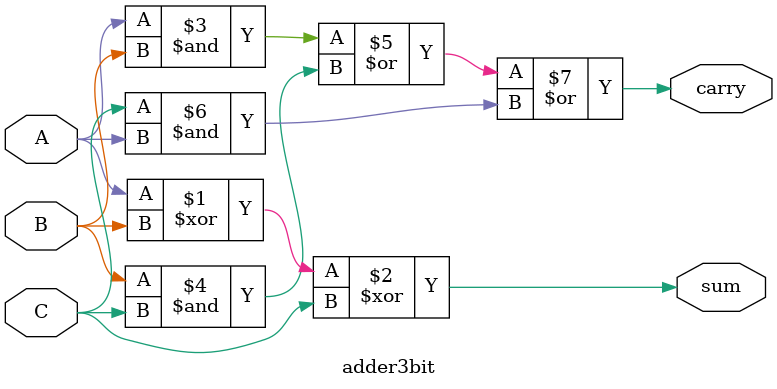
<source format=v>
module adder3bit(A,B,C,sum,carry);
input A,B,C;
output sum;
output carry;
assign sum=A^B^C;
assign carry=(A&B)|(B&C)|(C&A);
endmodule
</source>
